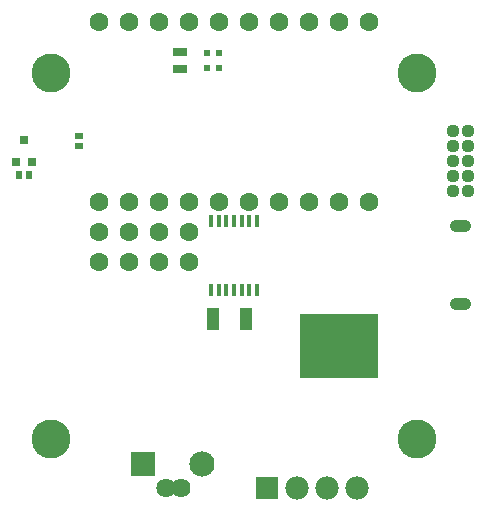
<source format=gbs>
G75*
%MOIN*%
%OFA0B0*%
%FSLAX25Y25*%
%IPPOS*%
%LPD*%
%AMOC8*
5,1,8,0,0,1.08239X$1,22.5*
%
%ADD10R,0.26000X0.21500*%
%ADD11R,0.02369X0.02369*%
%ADD12R,0.02762X0.01975*%
%ADD13R,0.04731X0.02762*%
%ADD14R,0.03156X0.03156*%
%ADD15C,0.04400*%
%ADD16R,0.08400X0.08400*%
%ADD17C,0.08400*%
%ADD18C,0.12998*%
%ADD19R,0.01600X0.04300*%
%ADD20R,0.07800X0.07800*%
%ADD21C,0.07800*%
%ADD22C,0.06400*%
%ADD23C,0.03943*%
%ADD24R,0.01975X0.02762*%
%ADD25R,0.04337X0.07487*%
%ADD26C,0.06306*%
D10*
X0198422Y0097250D03*
D11*
X0158390Y0190000D03*
X0154453Y0190000D03*
X0154453Y0195000D03*
X0158390Y0195000D03*
D12*
X0111922Y0167522D03*
X0111922Y0163978D03*
D13*
X0145422Y0189744D03*
X0145422Y0195256D03*
D14*
X0093422Y0166142D03*
X0095981Y0158858D03*
X0090863Y0158858D03*
D15*
X0236422Y0159000D03*
X0241422Y0159000D03*
X0241422Y0154000D03*
X0236422Y0154000D03*
X0236422Y0149000D03*
X0241422Y0149000D03*
X0241422Y0164000D03*
X0241422Y0169000D03*
X0236422Y0169000D03*
X0236422Y0164000D03*
D16*
X0133022Y0057950D03*
D17*
X0152707Y0057950D03*
D18*
X0102398Y0066476D03*
X0224445Y0066476D03*
X0224445Y0188524D03*
X0102398Y0188524D03*
D19*
X0155745Y0138987D03*
X0158304Y0138987D03*
X0160863Y0138987D03*
X0163422Y0138987D03*
X0165981Y0138987D03*
X0168540Y0138987D03*
X0171099Y0138987D03*
X0171099Y0116013D03*
X0168540Y0116013D03*
X0165981Y0116013D03*
X0163422Y0116013D03*
X0160863Y0116013D03*
X0158304Y0116013D03*
X0155745Y0116013D03*
D20*
X0174422Y0050000D03*
D21*
X0184422Y0050000D03*
X0194422Y0050000D03*
X0204422Y0050000D03*
D22*
X0145922Y0050000D03*
X0140922Y0050000D03*
D23*
X0237556Y0111402D02*
X0237556Y0111402D01*
X0240312Y0111402D01*
X0240312Y0111402D01*
X0237556Y0111402D01*
X0237556Y0137386D02*
X0237556Y0137386D01*
X0240312Y0137386D01*
X0240312Y0137386D01*
X0237556Y0137386D01*
D24*
X0095193Y0154500D03*
X0091650Y0154500D03*
D25*
X0156410Y0106500D03*
X0167434Y0106500D03*
D26*
X0148422Y0125500D03*
X0138422Y0125500D03*
X0128422Y0125500D03*
X0118422Y0125500D03*
X0118422Y0135500D03*
X0128422Y0135500D03*
X0138422Y0135500D03*
X0148422Y0135500D03*
X0148422Y0145500D03*
X0158422Y0145500D03*
X0168422Y0145500D03*
X0178422Y0145500D03*
X0188422Y0145500D03*
X0198422Y0145500D03*
X0208422Y0145500D03*
X0138422Y0145500D03*
X0128422Y0145500D03*
X0118422Y0145500D03*
X0118422Y0205500D03*
X0128422Y0205500D03*
X0138422Y0205500D03*
X0148422Y0205500D03*
X0158422Y0205500D03*
X0168422Y0205500D03*
X0178422Y0205500D03*
X0188422Y0205500D03*
X0198422Y0205500D03*
X0208422Y0205500D03*
M02*

</source>
